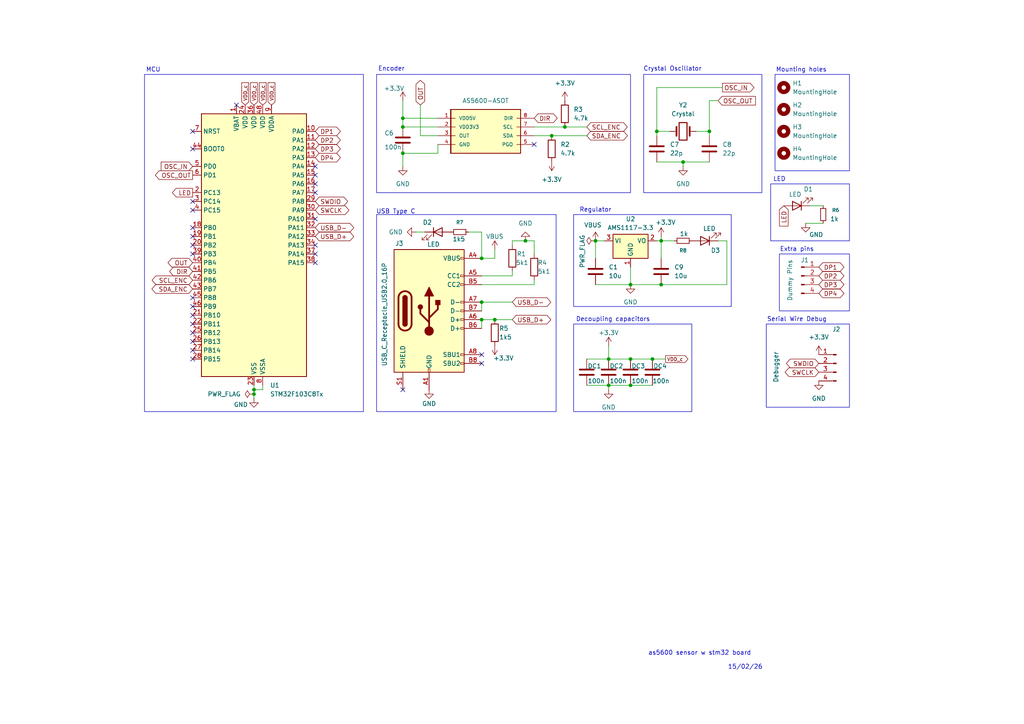
<source format=kicad_sch>
(kicad_sch (version 20250114) (generator "eeschema") (generator_version "9.0")
  (paper "A4")
  (lib_symbols
    (symbol "AS5600-ASOT_1" (pin_names (offset 1.016))
      (property "Value" "AS5600-ASOT" (at 6.35 -12.7 0))
      (symbol "AS5600-ASOT_1_0_0"
        (rectangle (start 10.033 2.54) (end 30.353 -10.16) (stroke (width 0.254)) (fill (type background)))
        (polyline (pts (xy 10.16 2.54) (xy 10.16 -10.16)) (stroke (width 0.254)))
        (pin bidirectional line (at 6.35 0 0) (length 5.08) (name "VDD5V") (number "1"))
        (pin bidirectional line (at 6.35 -2.54 0) (length 5.08) (name "VDD3V3") (number "2"))
        (pin bidirectional line (at 6.35 -5.08 0) (length 5.08) (name "OUT") (number "3"))
        (pin bidirectional line (at 6.35 -7.62 0) (length 5.08) (name "GND") (number "4"))
        (pin bidirectional line (at 34.29 0 180) (length 5.08) (name "DIR") (number "8"))
        (pin bidirectional line (at 34.29 -2.54 180) (length 5.08) (name "SCL") (number "7"))
        (pin bidirectional line (at 34.29 -5.08 180) (length 5.08) (name "SDA") (number "6"))
        (pin bidirectional line (at 34.29 -7.62 180) (length 5.08) (name "PGO") (number "5"))
      )
    )
    (symbol "Connector:Conn_01x04_Pin" (pin_names (offset 1.016) (hide yes))
      (property "Reference" "J" (at 0 5.08 0))
      (property "Value" "Conn_01x04_Pin" (at 0 -7.62 0))
      (symbol "Conn_01x04_Pin_1_1"
        (rectangle (start 0.8636 2.667) (end 0 2.413) (stroke (width 0.1524)) (fill (type outline)))
        (rectangle (start 0.8636 0.127) (end 0 -0.127) (stroke (width 0.1524)) (fill (type outline)))
        (rectangle (start 0.8636 -2.413) (end 0 -2.667) (stroke (width 0.1524)) (fill (type outline)))
        (rectangle (start 0.8636 -4.953) (end 0 -5.207) (stroke (width 0.1524)) (fill (type outline)))
        (polyline (pts (xy 1.27 2.54) (xy 0.8636 2.54)) (stroke (width 0.1524)))
        (polyline (pts (xy 1.27 0) (xy 0.8636 0)) (stroke (width 0.1524)))
        (polyline (pts (xy 1.27 -2.54) (xy 0.8636 -2.54)) (stroke (width 0.1524)))
        (polyline (pts (xy 1.27 -5.08) (xy 0.8636 -5.08)) (stroke (width 0.1524)))
        (pin passive line (at 5.08 2.54 180) (length 3.81) (name "Pin_1") (number "1"))
        (pin passive line (at 5.08 0 180) (length 3.81) (name "Pin_2") (number "2"))
        (pin passive line (at 5.08 -2.54 180) (length 3.81) (name "Pin_3") (number "3"))
        (pin passive line (at 5.08 -5.08 180) (length 3.81) (name "Pin_4") (number "4"))
      )
    )
    (symbol "Connector:USB_C_Receptacle_USB2.0_16P" (pin_names (offset 1.016))
      (property "Reference" "J" (at 0 22.225 0))
      (property "Value" "USB_C_Receptacle_USB2.0_16P" (at 0 19.685 0))
      (symbol "USB_C_Receptacle_USB2.0_16P_0_0"
        (rectangle (start -0.254 -17.78) (end 0.254 -16.764))
        (rectangle (start 10.16 15.494) (end 9.144 14.986))
        (rectangle (start 10.16 10.414) (end 9.144 9.906))
        (rectangle (start 10.16 7.874) (end 9.144 7.366))
        (rectangle (start 10.16 2.794) (end 9.144 2.286))
        (rectangle (start 10.16 0.254) (end 9.144 -0.254))
        (rectangle (start 10.16 -2.286) (end 9.144 -2.794))
        (rectangle (start 10.16 -4.826) (end 9.144 -5.334))
        (rectangle (start 10.16 -12.446) (end 9.144 -12.954))
        (rectangle (start 10.16 -14.986) (end 9.144 -15.494))
      )
      (symbol "USB_C_Receptacle_USB2.0_16P_0_1"
        (rectangle (start -10.16 17.78) (end 10.16 -17.78) (stroke (width 0.254)) (fill (type background)))
        (polyline (pts (xy -8.89 -3.81) (xy -8.89 3.81)) (stroke (width 0.508)))
        (rectangle (start -7.62 -3.81) (end -6.35 3.81) (stroke (width 0.254)) (fill (type outline)))
        (arc (start -7.62 3.81) (mid -6.985 4.4423) (end -6.35 3.81) (stroke (width 0.254)))
        (arc (start -7.62 3.81) (mid -6.985 4.4423) (end -6.35 3.81) (stroke (width 0.254)) (fill (type outline)))
        (arc (start -8.89 3.81) (mid -6.985 5.7067) (end -5.08 3.81) (stroke (width 0.508)))
        (arc (start -5.08 -3.81) (mid -6.985 -5.7067) (end -8.89 -3.81) (stroke (width 0.508)))
        (arc (start -6.35 -3.81) (mid -6.985 -4.4423) (end -7.62 -3.81) (stroke (width 0.254)))
        (arc (start -6.35 -3.81) (mid -6.985 -4.4423) (end -7.62 -3.81) (stroke (width 0.254)) (fill (type outline)))
        (polyline (pts (xy -5.08 3.81) (xy -5.08 -3.81)) (stroke (width 0.508)))
        (circle (center -2.54 1.143) (radius 0.635) (stroke (width 0.254)) (fill (type outline)))
        (polyline (pts (xy -1.27 4.318) (xy 0 6.858) (xy 1.27 4.318) (xy -1.27 4.318)) (stroke (width 0.254)) (fill (type outline)))
        (polyline (pts (xy 0 -2.032) (xy 2.54 0.508) (xy 2.54 1.778)) (stroke (width 0.508)))
        (polyline (pts (xy 0 -3.302) (xy -2.54 -0.762) (xy -2.54 0.508)) (stroke (width 0.508)))
        (polyline (pts (xy 0 -5.842) (xy 0 4.318)) (stroke (width 0.508)))
        (circle (center 0 -5.842) (radius 1.27) (fill (type outline)))
        (rectangle (start 1.905 1.778) (end 3.175 3.048) (stroke (width 0.254)) (fill (type outline)))
      )
      (symbol "USB_C_Receptacle_USB2.0_16P_1_1"
        (pin passive line (at -7.62 -22.86 90) (length 5.08) (name "SHIELD") (number "S1"))
        (pin passive line (at 0 -22.86 90) (length 5.08) (name "GND") (number "A1"))
        (pin passive line (at 0 -22.86 90) (length 5.08) (hide yes) (name "GND") (number "A12"))
        (pin passive line (at 0 -22.86 90) (length 5.08) (hide yes) (name "GND") (number "B1"))
        (pin passive line (at 0 -22.86 90) (length 5.08) (hide yes) (name "GND") (number "B12"))
        (pin passive line (at 15.24 15.24 180) (length 5.08) (name "VBUS") (number "A4"))
        (pin passive line (at 15.24 15.24 180) (length 5.08) (hide yes) (name "VBUS") (number "A9"))
        (pin passive line (at 15.24 15.24 180) (length 5.08) (hide yes) (name "VBUS") (number "B4"))
        (pin passive line (at 15.24 15.24 180) (length 5.08) (hide yes) (name "VBUS") (number "B9"))
        (pin bidirectional line (at 15.24 10.16 180) (length 5.08) (name "CC1") (number "A5"))
        (pin bidirectional line (at 15.24 7.62 180) (length 5.08) (name "CC2") (number "B5"))
        (pin bidirectional line (at 15.24 2.54 180) (length 5.08) (name "D-") (number "A7"))
        (pin bidirectional line (at 15.24 0 180) (length 5.08) (name "D-") (number "B7"))
        (pin bidirectional line (at 15.24 -2.54 180) (length 5.08) (name "D+") (number "A6"))
        (pin bidirectional line (at 15.24 -5.08 180) (length 5.08) (name "D+") (number "B6"))
        (pin bidirectional line (at 15.24 -12.7 180) (length 5.08) (name "SBU1") (number "A8"))
        (pin bidirectional line (at 15.24 -15.24 180) (length 5.08) (name "SBU2") (number "B8"))
      )
    )
    (symbol "Device:C" (pin_numbers (hide yes)) (pin_names (offset 0.254))
      (property "Reference" "C" (at 0.635 2.54 0))
      (property "Value" "C" (at 0.635 -2.54 0))
      (symbol "C_0_1"
        (polyline (pts (xy -2.032 0.762) (xy 2.032 0.762)) (stroke (width 0.508)))
        (polyline (pts (xy -2.032 -0.762) (xy 2.032 -0.762)) (stroke (width 0.508)))
      )
      (symbol "C_1_1"
        (pin passive line (at 0 3.81 270) (length 2.794) (name "~") (number "1"))
        (pin passive line (at 0 -3.81 90) (length 2.794) (name "~") (number "2"))
      )
    )
    (symbol "Device:Crystal" (pin_numbers (hide yes)) (pin_names (offset 1.016) (hide yes))
      (property "Reference" "Y" (at 0 3.81 0))
      (property "Value" "Crystal" (at 0 -3.81 0))
      (symbol "Crystal_0_1"
        (polyline (pts (xy -2.54 0) (xy -1.905 0)))
        (polyline (pts (xy -1.905 -1.27) (xy -1.905 1.27)) (stroke (width 0.508)))
        (rectangle (start -1.143 2.54) (end 1.143 -2.54) (stroke (width 0.3048)))
        (polyline (pts (xy 1.905 -1.27) (xy 1.905 1.27)) (stroke (width 0.508)))
        (polyline (pts (xy 2.54 0) (xy 1.905 0)))
      )
      (symbol "Crystal_1_1"
        (pin passive line (at -3.81 0 0) (length 1.27) (name "1") (number "1"))
        (pin passive line (at 3.81 0 180) (length 1.27) (name "2") (number "2"))
      )
    )
    (symbol "Device:LED" (pin_numbers (hide yes)) (pin_names (offset 1.016) (hide yes))
      (property "Reference" "D" (at 0 2.54 0))
      (property "Value" "LED" (at 0 -2.54 0))
      (symbol "LED_0_1"
        (polyline (pts (xy -3.048 -0.762) (xy -4.572 -2.286) (xy -3.81 -2.286) (xy -4.572 -2.286) (xy -4.572 -1.524)))
        (polyline (pts (xy -1.778 -0.762) (xy -3.302 -2.286) (xy -2.54 -2.286) (xy -3.302 -2.286) (xy -3.302 -1.524)))
        (polyline (pts (xy -1.27 0) (xy 1.27 0)))
        (polyline (pts (xy -1.27 -1.27) (xy -1.27 1.27)) (stroke (width 0.254)))
        (polyline (pts (xy 1.27 -1.27) (xy 1.27 1.27) (xy -1.27 0) (xy 1.27 -1.27)) (stroke (width 0.254)))
      )
      (symbol "LED_1_1"
        (pin passive line (at -3.81 0 0) (length 2.54) (name "K") (number "1"))
        (pin passive line (at 3.81 0 180) (length 2.54) (name "A") (number "2"))
      )
    )
    (symbol "Device:R" (pin_numbers (hide yes)) (pin_names (offset 0))
      (property "Reference" "R" (at 2.032 0 90))
      (property "Value" "R" (at 0 0 90))
      (symbol "R_0_1"
        (rectangle (start -1.016 -2.54) (end 1.016 2.54) (stroke (width 0.254)))
      )
      (symbol "R_1_1"
        (pin passive line (at 0 3.81 270) (length 1.27) (name "~") (number "1"))
        (pin passive line (at 0 -3.81 90) (length 1.27) (name "~") (number "2"))
      )
    )
    (symbol "Device:R_Small" (pin_numbers (hide yes)) (pin_names (offset 0.254) (hide yes))
      (property "Reference" "R" (at 0 0 90))
      (property "Value" "R_Small" (at 1.778 0 90))
      (symbol "R_Small_0_1"
        (rectangle (start -0.762 1.778) (end 0.762 -1.778) (stroke (width 0.2032)))
      )
      (symbol "R_Small_1_1"
        (pin passive line (at 0 2.54 270) (length 0.762) (name "~") (number "1"))
        (pin passive line (at 0 -2.54 90) (length 0.762) (name "~") (number "2"))
      )
    )
    (symbol "MCU_ST_STM32F1:STM32F103C8Tx"
      (property "Reference" "U" (at -15.24 39.37 0))
      (property "Value" "STM32F103C8Tx" (at 7.62 39.37 0))
      (symbol "STM32F103C8Tx_0_1"
        (rectangle (start -15.24 -38.1) (end 15.24 38.1) (stroke (width 0.254)) (fill (type background)))
      )
      (symbol "STM32F103C8Tx_1_1"
        (pin input line (at -17.78 33.02 0) (length 2.54) (name "NRST") (number "7"))
        (pin input line (at -17.78 27.94 0) (length 2.54) (name "BOOT0") (number "44"))
        (pin bidirectional line (at -17.78 22.86 0) (length 2.54) (name "PD0") (number "5"))
        (pin bidirectional line (at -17.78 20.32 0) (length 2.54) (name "PD1") (number "6"))
        (pin bidirectional line (at -17.78 15.24 0) (length 2.54) (name "PC13") (number "2"))
        (pin bidirectional line (at -17.78 12.7 0) (length 2.54) (name "PC14") (number "3"))
        (pin bidirectional line (at -17.78 10.16 0) (length 2.54) (name "PC15") (number "4"))
        (pin bidirectional line (at -17.78 5.08 0) (length 2.54) (name "PB0") (number "18"))
        (pin bidirectional line (at -17.78 2.54 0) (length 2.54) (name "PB1") (number "19"))
        (pin bidirectional line (at -17.78 0 0) (length 2.54) (name "PB2") (number "20"))
        (pin bidirectional line (at -17.78 -2.54 0) (length 2.54) (name "PB3") (number "39"))
        (pin bidirectional line (at -17.78 -5.08 0) (length 2.54) (name "PB4") (number "40"))
        (pin bidirectional line (at -17.78 -7.62 0) (length 2.54) (name "PB5") (number "41"))
        (pin bidirectional line (at -17.78 -10.16 0) (length 2.54) (name "PB6") (number "42"))
        (pin bidirectional line (at -17.78 -12.7 0) (length 2.54) (name "PB7") (number "43"))
        (pin bidirectional line (at -17.78 -15.24 0) (length 2.54) (name "PB8") (number "45"))
        (pin bidirectional line (at -17.78 -17.78 0) (length 2.54) (name "PB9") (number "46"))
        (pin bidirectional line (at -17.78 -20.32 0) (length 2.54) (name "PB10") (number "21"))
        (pin bidirectional line (at -17.78 -22.86 0) (length 2.54) (name "PB11") (number "22"))
        (pin bidirectional line (at -17.78 -25.4 0) (length 2.54) (name "PB12") (number "25"))
        (pin bidirectional line (at -17.78 -27.94 0) (length 2.54) (name "PB13") (number "26"))
        (pin bidirectional line (at -17.78 -30.48 0) (length 2.54) (name "PB14") (number "27"))
        (pin bidirectional line (at -17.78 -33.02 0) (length 2.54) (name "PB15") (number "28"))
        (pin power_in line (at -5.08 40.64 270) (length 2.54) (name "VBAT") (number "1"))
        (pin power_in line (at -2.54 40.64 270) (length 2.54) (name "VDD") (number "24"))
        (pin power_in line (at 0 40.64 270) (length 2.54) (name "VDD") (number "36"))
        (pin power_in line (at 0 -40.64 90) (length 2.54) (name "VSS") (number "23"))
        (pin passive line (at 0 -40.64 90) (length 2.54) (hide yes) (name "VSS") (number "35"))
        (pin passive line (at 0 -40.64 90) (length 2.54) (hide yes) (name "VSS") (number "47"))
        (pin power_in line (at 2.54 40.64 270) (length 2.54) (name "VDD") (number "48"))
        (pin power_in line (at 2.54 -40.64 90) (length 2.54) (name "VSSA") (number "8"))
        (pin power_in line (at 5.08 40.64 270) (length 2.54) (name "VDDA") (number "9"))
        (pin bidirectional line (at 17.78 33.02 180) (length 2.54) (name "PA0") (number "10"))
        (pin bidirectional line (at 17.78 30.48 180) (length 2.54) (name "PA1") (number "11"))
        (pin bidirectional line (at 17.78 27.94 180) (length 2.54) (name "PA2") (number "12"))
        (pin bidirectional line (at 17.78 25.4 180) (length 2.54) (name "PA3") (number "13"))
        (pin bidirectional line (at 17.78 22.86 180) (length 2.54) (name "PA4") (number "14"))
        (pin bidirectional line (at 17.78 20.32 180) (length 2.54) (name "PA5") (number "15"))
        (pin bidirectional line (at 17.78 17.78 180) (length 2.54) (name "PA6") (number "16"))
        (pin bidirectional line (at 17.78 15.24 180) (length 2.54) (name "PA7") (number "17"))
        (pin bidirectional line (at 17.78 12.7 180) (length 2.54) (name "PA8") (number "29"))
        (pin bidirectional line (at 17.78 10.16 180) (length 2.54) (name "PA9") (number "30"))
        (pin bidirectional line (at 17.78 7.62 180) (length 2.54) (name "PA10") (number "31"))
        (pin bidirectional line (at 17.78 5.08 180) (length 2.54) (name "PA11") (number "32"))
        (pin bidirectional line (at 17.78 2.54 180) (length 2.54) (name "PA12") (number "33"))
        (pin bidirectional line (at 17.78 0 180) (length 2.54) (name "PA13") (number "34"))
        (pin bidirectional line (at 17.78 -2.54 180) (length 2.54) (name "PA14") (number "37"))
        (pin bidirectional line (at 17.78 -5.08 180) (length 2.54) (name "PA15") (number "38"))
      )
    )
    (symbol "Mechanical:MountingHole" (pin_names (offset 1.016)) (in_bom no)
      (property "Reference" "H" (at 0 5.08 0))
      (property "Value" "MountingHole" (at 0 3.175 0))
      (symbol "MountingHole_0_1"
        (circle (center 0 0) (radius 1.27) (stroke (width 1.27)))
      )
    )
    (symbol "Regulator_Linear:AMS1117-3.3"
      (property "Reference" "U" (at -3.81 3.175 0))
      (property "Value" "AMS1117-3.3" (at 0 3.175 0))
      (symbol "AMS1117-3.3_0_1"
        (rectangle (start -5.08 -5.08) (end 5.08 1.905) (stroke (width 0.254)) (fill (type background)))
      )
      (symbol "AMS1117-3.3_1_1"
        (pin power_in line (at -7.62 0 0) (length 2.54) (name "VI") (number "3"))
        (pin power_in line (at 0 -7.62 90) (length 2.54) (name "GND") (number "1"))
        (pin power_out line (at 7.62 0 180) (length 2.54) (name "VO") (number "2"))
      )
    )
    (symbol "power:+3.3V" (power) (pin_numbers (hide yes)) (pin_names (offset 0) (hide yes))
      (property "Value" "+3.3V" (at 0 3.556 0))
      (symbol "+3.3V_0_1"
        (polyline (pts (xy -0.762 1.27) (xy 0 2.54)))
        (polyline (pts (xy 0 2.54) (xy 0.762 1.27)))
        (polyline (pts (xy 0 0) (xy 0 2.54)))
      )
      (symbol "+3.3V_1_1"
        (pin power_in line (at 0 0 90) (length 0) (name "~") (number "1"))
      )
    )
    (symbol "power:GND" (power) (pin_numbers (hide yes)) (pin_names (offset 0) (hide yes))
      (property "Value" "GND" (at 0 -3.81 0))
      (symbol "GND_0_1"
        (polyline (pts (xy 0 0) (xy 0 -1.27) (xy 1.27 -1.27) (xy 0 -2.54) (xy -1.27 -1.27) (xy 0 -1.27)))
      )
      (symbol "GND_1_1"
        (pin power_in line (at 0 0 270) (length 0) (name "~") (number "1"))
      )
    )
    (symbol "power:PWR_FLAG" (power) (pin_numbers (hide yes)) (pin_names (offset 0) (hide yes))
      (property "Value" "PWR_FLAG" (at 0 3.81 0))
      (symbol "PWR_FLAG_0_0"
        (pin power_out line (at 0 0 90) (length 0) (name "~") (number "1"))
      )
      (symbol "PWR_FLAG_0_1"
        (polyline (pts (xy 0 0) (xy 0 1.27) (xy -1.016 1.905) (xy 0 2.54) (xy 1.016 1.905) (xy 0 1.27)))
      )
    )
    (symbol "power:VBUS" (power) (pin_numbers (hide yes)) (pin_names (offset 0) (hide yes))
      (property "Value" "VBUS" (at 0 3.556 0))
      (symbol "VBUS_0_1"
        (polyline (pts (xy -0.762 1.27) (xy 0 2.54)))
        (polyline (pts (xy 0 2.54) (xy 0.762 1.27)))
        (polyline (pts (xy 0 0) (xy 0 2.54)))
      )
      (symbol "VBUS_1_1"
        (pin power_in line (at 0 0 90) (length 0) (name "~") (number "1"))
      )
    )
  )
  (text "Mounting holes" (at 232.41 20.32 0) (effects (font (size 1.27 1.27))))
  (text "Serial Wire Debug" (at 231.14 92.71 0) (effects (font (size 1.27 1.27))))
  (text "MCU" (at 44.45 20.32 0) (effects (font (size 1.27 1.27))))
  (text "Crystal Oscillator" (at 195.072 20.066 0) (effects (font (size 1.27 1.27))))
  (text "LED" (at 226.06 52.07 0) (effects (font (size 1.27 1.27))))
  (text "15/02/26" (at 216.154 193.548 0) (effects (font (size 1.27 1.27))))
  (text "Encoder" (at 113.538 20.066 0) (effects (font (size 1.27 1.27))))
  (text "USB Type C" (at 114.808 61.468 0) (effects (font (size 1.27 1.27))))
  (text "Regulator" (at 172.72 60.96 0) (effects (font (size 1.27 1.27))))
  (text "Decoupling capacitors" (at 177.8 92.71 0) (effects (font (size 1.27 1.27))))
  (text "Extra pins" (at 231.14 72.39 0) (effects (font (size 1.27 1.27))))
  (text "as5600 sensor w stm32 board" (at 202.946 189.484 0) (effects (font (size 1.27 1.27))))
  (text_box "" (at 166.37 93.98 0) (size 34.29 25.4) (margins 0.9525 0.9525 0.9525 0.9525) (effects (font (size 1.27 1.27)) (justify left top)))
  (text_box "" (at 226.06 73.66 0) (size 20.32 16.51) (margins 0.9525 0.9525 0.9525 0.9525) (effects (font (size 1.27 1.27)) (justify left top)))
  (text_box "" (at 109.22 62.23 0) (size 52.07 57.15) (margins 0.9525 0.9525 0.9525 0.9525) (effects (font (size 1.27 1.27)) (justify left top)))
  (text_box "" (at 224.79 21.59 0) (size 21.59 27.94) (margins 0.9525 0.9525 0.9525 0.9525) (effects (font (size 1.27 1.27)) (justify left top)))
  (text_box "" (at 109.22 21.59 0) (size 73.66 34.29) (margins 0.9525 0.9525 0.9525 0.9525) (effects (font (size 1.27 1.27)) (justify left top)))
  (text_box "" (at 186.69 21.59 0) (size 34.29 34.29) (margins 0.9525 0.9525 0.9525 0.9525) (effects (font (size 1.27 1.27)) (justify left top)))
  (text_box "" (at 41.91 21.59 0) (size 63.5 97.79) (margins 0.9525 0.9525 0.9525 0.9525) (effects (font (size 1.27 1.27)) (justify left top)))
  (text_box "" (at 223.52 53.34 0) (size 22.86 16.51) (margins 0.9525 0.9525 0.9525 0.9525) (effects (font (size 1.27 1.27)) (justify left top)))
  (text_box "" (at 166.37 62.23 0) (size 45.72 26.67) (margins 0.9525 0.9525 0.9525 0.9525) (effects (font (size 1.27 1.27)) (justify left top)))
  (text_box "" (at 222.25 93.98 0) (size 24.13 24.13) (margins 0.9525 0.9525 0.9525 0.9525) (effects (font (size 1.27 1.27)) (justify left top)))
  (junction (at 176.53 111.76))
  (junction (at 139.7 74.93))
  (junction (at 73.66 114.3))
  (junction (at 116.84 36.83))
  (junction (at 152.4 69.85))
  (junction (at 139.7 87.63))
  (junction (at 191.77 69.85))
  (junction (at 189.23 104.14))
  (junction (at 182.88 82.55))
  (junction (at 176.53 104.14))
  (junction (at 116.84 34.29))
  (junction (at 191.77 82.55))
  (junction (at 139.7 92.71))
  (junction (at 205.74 38.1))
  (junction (at 182.88 104.14))
  (junction (at 143.51 92.71))
  (junction (at 160.02 39.37))
  (junction (at 116.84 44.45))
  (junction (at 182.88 111.76))
  (junction (at 163.83 36.83))
  (junction (at 190.5 38.1))
  (junction (at 198.12 46.99))
  (junction (at 172.72 69.85))
  (junction (at 73.66 113.03))
  (no_connect (at 55.88 99.06))
  (no_connect (at 55.88 104.14))
  (no_connect (at 55.88 93.98))
  (no_connect (at 55.88 86.36))
  (no_connect (at 55.88 88.9))
  (no_connect (at 55.88 43.18))
  (no_connect (at 91.44 48.26))
  (no_connect (at 55.88 71.12))
  (no_connect (at 55.88 60.96))
  (no_connect (at 55.88 68.58))
  (no_connect (at 91.44 53.34))
  (no_connect (at 55.88 38.1))
  (no_connect (at 139.7 105.41))
  (no_connect (at 116.84 113.03))
  (no_connect (at 55.88 101.6))
  (no_connect (at 91.44 63.5))
  (no_connect (at 55.88 73.66))
  (no_connect (at 91.44 50.8))
  (no_connect (at 91.44 73.66))
  (no_connect (at 91.44 71.12))
  (no_connect (at 68.58 30.48))
  (no_connect (at 91.44 76.2))
  (no_connect (at 91.44 55.88))
  (no_connect (at 55.88 91.44))
  (no_connect (at 154.94 41.91))
  (no_connect (at 55.88 96.52))
  (no_connect (at 139.7 102.87))
  (no_connect (at 55.88 66.04))
  (no_connect (at 55.88 58.42))
  (wire (pts (xy 116.84 44.45) (xy 116.84 48.26)))
  (wire (pts (xy 120.65 67.31) (xy 123.19 67.31)))
  (wire (pts (xy 182.88 111.76) (xy 189.23 111.76)))
  (wire (pts (xy 175.26 69.85) (xy 172.72 69.85)))
  (wire (pts (xy 170.18 39.37) (xy 160.02 39.37)))
  (wire (pts (xy 233.68 64.77) (xy 238.76 64.77)))
  (wire (pts (xy 154.94 82.55) (xy 154.94 81.28)))
  (wire (pts (xy 189.23 104.14) (xy 193.04 104.14)))
  (wire (pts (xy 170.18 111.76) (xy 176.53 111.76)))
  (wire (pts (xy 208.28 29.21) (xy 205.74 29.21)))
  (wire (pts (xy 201.93 38.1) (xy 205.74 38.1)))
  (wire (pts (xy 209.55 25.4) (xy 190.5 25.4)))
  (wire (pts (xy 205.74 38.1) (xy 205.74 39.37)))
  (wire (pts (xy 73.66 115.57) (xy 73.66 114.3)))
  (wire (pts (xy 176.53 100.33) (xy 176.53 104.14)))
  (wire (pts (xy 210.82 69.85) (xy 210.82 82.55)))
  (wire (pts (xy 210.82 82.55) (xy 191.77 82.55)))
  (wire (pts (xy 139.7 82.55) (xy 154.94 82.55)))
  (wire (pts (xy 139.7 90.17) (xy 139.7 87.63)))
  (wire (pts (xy 135.89 67.31) (xy 139.7 67.31)))
  (wire (pts (xy 139.7 67.31) (xy 139.7 74.93)))
  (wire (pts (xy 194.31 38.1) (xy 190.5 38.1)))
  (wire (pts (xy 190.5 38.1) (xy 190.5 39.37)))
  (wire (pts (xy 116.84 36.83) (xy 127 36.83)))
  (wire (pts (xy 198.12 48.26) (xy 198.12 46.99)))
  (wire (pts (xy 190.5 69.85) (xy 191.77 69.85)))
  (wire (pts (xy 143.51 92.71) (xy 148.59 92.71)))
  (wire (pts (xy 76.2 111.76) (xy 76.2 113.03)))
  (wire (pts (xy 190.5 46.99) (xy 198.12 46.99)))
  (wire (pts (xy 163.83 36.83) (xy 154.94 36.83)))
  (wire (pts (xy 139.7 74.93) (xy 143.51 74.93)))
  (wire (pts (xy 139.7 87.63) (xy 148.59 87.63)))
  (wire (pts (xy 182.88 77.47) (xy 182.88 82.55)))
  (wire (pts (xy 116.84 34.29) (xy 127 34.29)))
  (wire (pts (xy 116.84 36.83) (xy 116.84 34.29)))
  (wire (pts (xy 172.72 82.55) (xy 182.88 82.55)))
  (wire (pts (xy 205.74 29.21) (xy 205.74 38.1)))
  (wire (pts (xy 191.77 69.85) (xy 195.58 69.85)))
  (wire (pts (xy 234.95 59.69) (xy 238.76 59.69)))
  (wire (pts (xy 121.92 39.37) (xy 127 39.37)))
  (wire (pts (xy 148.59 71.12) (xy 148.59 69.85)))
  (wire (pts (xy 148.59 69.85) (xy 152.4 69.85)))
  (wire (pts (xy 116.84 29.21) (xy 116.84 34.29)))
  (wire (pts (xy 176.53 111.76) (xy 182.88 111.76)))
  (wire (pts (xy 182.88 82.55) (xy 191.77 82.55)))
  (wire (pts (xy 191.77 69.85) (xy 191.77 74.93)))
  (wire (pts (xy 154.94 73.66) (xy 154.94 69.85)))
  (wire (pts (xy 170.18 104.14) (xy 176.53 104.14)))
  (wire (pts (xy 191.77 68.58) (xy 191.77 69.85)))
  (wire (pts (xy 160.02 39.37) (xy 154.94 39.37)))
  (wire (pts (xy 127 44.45) (xy 116.84 44.45)))
  (wire (pts (xy 210.82 69.85) (xy 208.28 69.85)))
  (wire (pts (xy 139.7 92.71) (xy 143.51 92.71)))
  (wire (pts (xy 143.51 74.93) (xy 143.51 72.39)))
  (wire (pts (xy 139.7 95.25) (xy 139.7 92.71)))
  (wire (pts (xy 139.7 80.01) (xy 148.59 80.01)))
  (wire (pts (xy 148.59 80.01) (xy 148.59 78.74)))
  (wire (pts (xy 127 41.91) (xy 127 44.45)))
  (wire (pts (xy 198.12 46.99) (xy 205.74 46.99)))
  (wire (pts (xy 176.53 111.76) (xy 176.53 113.03)))
  (wire (pts (xy 190.5 25.4) (xy 190.5 38.1)))
  (wire (pts (xy 172.72 69.85) (xy 172.72 74.93)))
  (wire (pts (xy 76.2 113.03) (xy 73.66 113.03)))
  (wire (pts (xy 176.53 104.14) (xy 182.88 104.14)))
  (wire (pts (xy 73.66 111.76) (xy 73.66 113.03)))
  (wire (pts (xy 182.88 104.14) (xy 189.23 104.14)))
  (wire (pts (xy 73.66 114.3) (xy 73.66 113.03)))
  (wire (pts (xy 121.92 39.37) (xy 121.92 30.48)))
  (wire (pts (xy 170.18 36.83) (xy 163.83 36.83)))
  (wire (pts (xy 154.94 69.85) (xy 152.4 69.85)))
  (global_label "LED" (shape input) (at 227.33 59.69 270) (property "Intersheetrefs" "${INTERSHEET_REFS}" (effects (hide yes))))
  (global_label "USB_D+" (shape bidirectional) (at 91.44 68.58 0) (property "Intersheetrefs" "${INTERSHEET_REFS}" (effects (hide yes))))
  (global_label "SWCLK" (shape bidirectional) (at 91.44 60.96 0) (property "Intersheetrefs" "${INTERSHEET_REFS}" (effects (hide yes))))
  (global_label "OUT" (shape bidirectional) (at 55.88 76.2 180) (property "Intersheetrefs" "${INTERSHEET_REFS}" (effects (hide yes))))
  (global_label "DP2" (shape bidirectional) (at 91.44 40.64 0) (property "Intersheetrefs" "${INTERSHEET_REFS}" (effects (hide yes))))
  (global_label "VDD_c" (shape input) (at 76.2 30.48 90) (effects (font (size 1.016 1.016))) (property "Intersheetrefs" "${INTERSHEET_REFS}" (effects (hide yes))))
  (global_label "DIR" (shape bidirectional) (at 55.88 78.74 180) (property "Intersheetrefs" "${INTERSHEET_REFS}" (effects (hide yes))))
  (global_label "DP1" (shape bidirectional) (at 91.44 38.1 0) (property "Intersheetrefs" "${INTERSHEET_REFS}" (effects (hide yes))))
  (global_label "OSC_OUT" (shape output) (at 55.88 50.8 180) (property "Intersheetrefs" "${INTERSHEET_REFS}" (effects (hide yes))))
  (global_label "DP1" (shape bidirectional) (at 237.49 77.47 0) (property "Intersheetrefs" "${INTERSHEET_REFS}" (effects (hide yes))))
  (global_label "DP3" (shape bidirectional) (at 91.44 43.18 0) (property "Intersheetrefs" "${INTERSHEET_REFS}" (effects (hide yes))))
  (global_label "USB_D-" (shape bidirectional) (at 148.59 87.63 0) (property "Intersheetrefs" "${INTERSHEET_REFS}" (effects (hide yes))))
  (global_label "VDD_c" (shape input) (at 73.66 30.48 90) (effects (font (size 1.016 1.016))) (property "Intersheetrefs" "${INTERSHEET_REFS}" (effects (hide yes))))
  (global_label "DP4" (shape bidirectional) (at 237.49 85.09 0) (property "Intersheetrefs" "${INTERSHEET_REFS}" (effects (hide yes))))
  (global_label "DP4" (shape bidirectional) (at 91.44 45.72 0) (property "Intersheetrefs" "${INTERSHEET_REFS}" (effects (hide yes))))
  (global_label "OSC_IN" (shape input) (at 55.88 48.26 180) (property "Intersheetrefs" "${INTERSHEET_REFS}" (effects (hide yes))))
  (global_label "DP3" (shape bidirectional) (at 237.49 82.55 0) (property "Intersheetrefs" "${INTERSHEET_REFS}" (effects (hide yes))))
  (global_label "OUT" (shape bidirectional) (at 121.92 30.48 90) (property "Intersheetrefs" "${INTERSHEET_REFS}" (effects (hide yes))))
  (global_label "VDD_c" (shape output) (at 193.04 104.14 0) (effects (font (size 1.016 1.016))) (property "Intersheetrefs" "${INTERSHEET_REFS}" (effects (hide yes))))
  (global_label "SCL_ENC" (shape bidirectional) (at 55.88 81.28 180) (property "Intersheetrefs" "${INTERSHEET_REFS}" (effects (hide yes))))
  (global_label "VDD_c" (shape input) (at 71.12 30.48 90) (effects (font (size 1.016 1.016))) (property "Intersheetrefs" "${INTERSHEET_REFS}" (effects (hide yes))))
  (global_label "USB_D-" (shape bidirectional) (at 91.44 66.04 0) (property "Intersheetrefs" "${INTERSHEET_REFS}" (effects (hide yes))))
  (global_label "SCL_ENC" (shape bidirectional) (at 170.18 36.83 0) (property "Intersheetrefs" "${INTERSHEET_REFS}" (effects (hide yes))))
  (global_label "SDA_ENC" (shape bidirectional) (at 170.18 39.37 0) (property "Intersheetrefs" "${INTERSHEET_REFS}" (effects (hide yes))))
  (global_label "SWCLK" (shape bidirectional) (at 237.49 107.95 180) (property "Intersheetrefs" "${INTERSHEET_REFS}" (effects (hide yes))))
  (global_label "SDA_ENC" (shape bidirectional) (at 55.88 83.82 180) (property "Intersheetrefs" "${INTERSHEET_REFS}" (effects (hide yes))))
  (global_label "SWDIO" (shape bidirectional) (at 91.44 58.42 0) (property "Intersheetrefs" "${INTERSHEET_REFS}" (effects (hide yes))))
  (global_label "VDD_c" (shape input) (at 78.74 30.48 90) (effects (font (size 1.016 1.016))) (property "Intersheetrefs" "${INTERSHEET_REFS}" (effects (hide yes))))
  (global_label "DIR" (shape bidirectional) (at 154.94 34.29 0) (property "Intersheetrefs" "${INTERSHEET_REFS}" (effects (hide yes))))
  (global_label "OSC_IN" (shape output) (at 209.55 25.4 0) (property "Intersheetrefs" "${INTERSHEET_REFS}" (effects (hide yes))))
  (global_label "OSC_OUT" (shape input) (at 208.28 29.21 0) (property "Intersheetrefs" "${INTERSHEET_REFS}" (effects (hide yes))))
  (global_label "LED" (shape output) (at 55.88 55.88 180) (property "Intersheetrefs" "${INTERSHEET_REFS}" (effects (hide yes))))
  (global_label "SWDIO" (shape bidirectional) (at 237.49 105.41 180) (property "Intersheetrefs" "${INTERSHEET_REFS}" (effects (hide yes))))
  (global_label "DP2" (shape bidirectional) (at 237.49 80.01 0) (property "Intersheetrefs" "${INTERSHEET_REFS}" (effects (hide yes))))
  (global_label "USB_D+" (shape bidirectional) (at 148.59 92.71 0) (property "Intersheetrefs" "${INTERSHEET_REFS}" (effects (hide yes))))
  (symbol (lib_id "power:+3.3V") (at 160.02 46.99 180) (unit 1)
    (property "Reference" "#PWR011" (effects (hide yes)))
    (property "Value" "+3.3V" (at 160.02 52.07 0))
    (property "Description" "Power symbol creates a global label with name \"+3.3V\"" (effects (hide yes)))
  )
  (symbol (lib_id "power:VBUS") (at 172.72 69.85 0) (unit 1)
    (property "Reference" "#PWR015" (effects (hide yes)))
    (property "Value" "VBUS" (at 171.958 65.278 0))
    (property "Description" "Power symbol creates a global label with name \"VBUS\"" (effects (hide yes)))
  )
  (symbol (lib_id "Regulator_Linear:AMS1117-3.3") (at 182.88 69.85 0) (unit 1)
    (property "Reference" "U2" (at 182.88 63.5 0))
    (property "Value" "AMS1117-3.3" (at 182.88 66.04 0))
    (property "Footprint" "Package_TO_SOT_SMD:SOT-223-3_TabPin2" (effects (hide yes)))
    (property "Datasheet" "http://www.advanced-monolithic.com/pdf/ds1117.pdf" (effects (hide yes)))
    (property "Description" "1A Low Dropout regulator, positive, 3.3V fixed output, SOT-223" (effects (hide yes)))
  )
  (symbol (lib_name "AS5600-ASOT_1") (lib_id "customs:AS5600-ASOT") (at 120.65 34.29 0) (unit 1)
    (property "Reference" "IC2" (effects (hide yes)))
    (property "Value" "AS5600-ASOT" (at 140.843 29.21 0))
    (property "Footprint" "customs:SOIC127P600X175-8N" (effects (hide yes)))
    (property "Description" "Board Mount Hall Effect / Magnetic Sensors AS5600 Magnetic Sensor 12-Bit" (effects (hide yes)))
    (property "MANUFACTURER_NAME" "ams" (effects (hide yes)))
    (property "MOUSER_PART_NUMBER" "985-AS5600-ASOT" (effects (hide yes)))
    (property "HEIGHT" "1.75mm" (effects (hide yes)))
    (property "ARROW_PRICE-STOCK" "https://www.arrow.com/en/products/as5600-asot/ams-ag?region=nac" (effects (hide yes)))
    (property "ARROW_PART_NUMBER" "AS5600-ASOT" (effects (hide yes)))
    (property "MANUFACTURER_PART_NUMBER" "AS5600-ASOT" (effects (hide yes)))
  )
  (symbol (lib_id "power:GND") (at 176.53 113.03 0) (unit 1)
    (property "Reference" "#PWR03" (effects (hide yes)))
    (property "Value" "GND" (at 176.53 118.11 0))
    (property "Description" "Power symbol creates a global label with name \"GND\" , ground" (effects (hide yes)))
  )
  (symbol (lib_id "power:PWR_FLAG") (at 73.66 114.3 90) (unit 1)
    (property "Reference" "#FLG02" (effects (hide yes)))
    (property "Value" "PWR_FLAG" (at 69.85 114.2999 90) (effects (justify left)))
    (property "Description" "Special symbol for telling ERC where power comes from" (effects (hide yes)))
  )
  (symbol (lib_id "Device:R_Small") (at 198.12 69.85 270) (unit 1)
    (property "Reference" "R8" (at 198.12 72.644 90) (effects (font (size 1.016 1.016))))
    (property "Value" "1k" (at 198.374 67.818 90))
    (property "Footprint" "Resistor_SMD:R_0603_1608Metric_Pad0.98x0.95mm_HandSolder" (effects (hide yes)))
    (property "Description" "Resistor, small symbol" (effects (hide yes)))
  )
  (symbol (lib_id "Device:LED") (at 127 67.31 0) (unit 1)
    (property "Reference" "D2" (at 123.952 64.516 0))
    (property "Value" "LED" (at 125.73 70.866 0))
    (property "Footprint" "LED_SMD:LED_0603_1608Metric_Pad1.05x0.95mm_HandSolder" (effects (hide yes)))
    (property "Description" "Light emitting diode" (effects (hide yes)))
    (property "Sim.Pins" "1=K 2=A" (effects (hide yes)))
  )
  (symbol (lib_id "Connector:USB_C_Receptacle_USB2.0_16P") (at 124.46 90.17 0) (unit 1)
    (property "Reference" "J3" (at 115.824 70.612 0))
    (property "Value" "USB_C_Receptacle_USB2.0_16P" (at 111.506 91.186 90))
    (property "Footprint" "Connector_USB:USB_C_Receptacle_GCT_USB4105-xx-A_16P_TopMnt_Horizontal" (effects (hide yes)))
    (property "Datasheet" "https://www.usb.org/sites/default/files/documents/usb_type-c.zip" (effects (hide yes)))
    (property "Description" "USB 2.0-only 16P Type-C Receptacle connector" (effects (hide yes)))
  )
  (symbol (lib_id "power:+3.3V") (at 237.49 102.87 0) (unit 1)
    (property "Reference" "#PWR013" (effects (hide yes)))
    (property "Value" "+3.3V" (at 237.49 97.79 0))
    (property "Description" "Power symbol creates a global label with name \"+3.3V\"" (effects (hide yes)))
  )
  (symbol (lib_id "Mechanical:MountingHole") (at 227.33 38.1 0) (unit 1) (in_bom no)
    (property "Reference" "H3" (at 229.87 36.8299 0) (effects (justify left)))
    (property "Value" "MountingHole" (at 229.87 39.3699 0) (effects (justify left)))
    (property "Footprint" "MountingHole:MountingHole_2.1mm" (effects (hide yes)))
    (property "Description" "Mounting Hole without connection" (effects (hide yes)))
  )
  (symbol (lib_id "Mechanical:MountingHole") (at 227.33 25.4 0) (unit 1) (in_bom no)
    (property "Reference" "H1" (at 229.87 24.1299 0) (effects (justify left)))
    (property "Value" "MountingHole" (at 229.87 26.6699 0) (effects (justify left)))
    (property "Footprint" "MountingHole:MountingHole_2.1mm" (effects (hide yes)))
    (property "Description" "Mounting Hole without connection" (effects (hide yes)))
  )
  (symbol (lib_id "Device:R_Small") (at 238.76 62.23 180) (unit 1)
    (property "Reference" "R6" (at 241.3 60.9599 0) (effects (font (size 1.016 1.016)) (justify right)))
    (property "Value" "1k" (at 240.792 63.5 0) (effects (justify right)))
    (property "Footprint" "Resistor_SMD:R_0603_1608Metric_Pad0.98x0.95mm_HandSolder" (effects (hide yes)))
    (property "Description" "Resistor, small symbol" (effects (hide yes)))
  )
  (symbol (lib_id "power:+3.3V") (at 116.84 29.21 0) (unit 1)
    (property "Reference" "#PWR09" (effects (hide yes)))
    (property "Value" "+3.3V" (at 114.3 25.654 0))
    (property "Description" "Power symbol creates a global label with name \"+3.3V\"" (effects (hide yes)))
  )
  (symbol (lib_id "Device:LED") (at 204.47 69.85 180) (unit 1)
    (property "Reference" "D3" (at 207.518 72.644 0))
    (property "Value" "LED" (at 205.74 66.294 0))
    (property "Footprint" "LED_SMD:LED_0603_1608Metric_Pad1.05x0.95mm_HandSolder" (effects (hide yes)))
    (property "Description" "Light emitting diode" (effects (hide yes)))
    (property "Sim.Pins" "1=K 2=A" (effects (hide yes)))
  )
  (symbol (lib_id "Device:R") (at 154.94 77.47 0) (unit 1)
    (property "Reference" "R4" (at 155.956 76.2 0) (effects (justify left)))
    (property "Value" "5k1" (at 155.956 78.74 0) (effects (justify left)))
    (property "Footprint" "Resistor_SMD:R_0603_1608Metric_Pad0.98x0.95mm_HandSolder" (effects (hide yes)))
    (property "Description" "Resistor" (effects (hide yes)))
  )
  (symbol (lib_id "Device:C") (at 189.23 107.95 0) (unit 1)
    (property "Reference" "DC4" (at 189.484 106.172 0) (effects (justify left)))
    (property "Value" "100n" (at 189.23 110.49 0) (effects (justify left)))
    (property "Footprint" "Capacitor_SMD:C_0603_1608Metric_Pad1.08x0.95mm_HandSolder" (effects (hide yes)))
    (property "Description" "Unpolarized capacitor" (effects (hide yes)))
  )
  (symbol (lib_id "Device:LED") (at 231.14 59.69 180) (unit 1)
    (property "Reference" "D1" (at 234.442 54.864 0))
    (property "Value" "LED" (at 230.632 56.388 0))
    (property "Footprint" "LED_SMD:LED_0603_1608Metric_Pad1.05x0.95mm_HandSolder" (effects (hide yes)))
    (property "Description" "Light emitting diode" (effects (hide yes)))
    (property "Sim.Pins" "1=K 2=A" (effects (hide yes)))
  )
  (symbol (lib_id "Device:Crystal") (at 198.12 38.1 0) (unit 1)
    (property "Reference" "Y2" (at 198.12 30.48 0))
    (property "Value" "Crystal" (at 198.12 33.02 0))
    (property "Footprint" "Crystal:Crystal_SMD_HC49-SD_HandSoldering" (effects (hide yes)))
    (property "Description" "Two pin crystal" (effects (hide yes)))
  )
  (symbol (lib_id "Device:C") (at 182.88 107.95 0) (unit 1)
    (property "Reference" "DC3" (at 183.134 106.172 0) (effects (justify left)))
    (property "Value" "100n" (at 183.134 110.49 0) (effects (justify left)))
    (property "Footprint" "Capacitor_SMD:C_0603_1608Metric_Pad1.08x0.95mm_HandSolder" (effects (hide yes)))
    (property "Description" "Unpolarized capacitor" (effects (hide yes)))
  )
  (symbol (lib_id "power:+3.3V") (at 143.51 100.33 180) (unit 1)
    (property "Reference" "#PWR06" (effects (hide yes)))
    (property "Value" "+3.3V" (at 146.05 103.886 0))
    (property "Description" "Power symbol creates a global label with name \"+3.3V\"" (effects (hide yes)))
  )
  (symbol (lib_id "power:GND") (at 233.68 64.77 0) (unit 1)
    (property "Reference" "#PWR07" (effects (hide yes)))
    (property "Value" "GND" (at 236.728 68.072 0))
    (property "Description" "Power symbol creates a global label with name \"GND\" , ground" (effects (hide yes)))
  )
  (symbol (lib_id "Device:C") (at 172.72 78.74 0) (unit 1)
    (property "Reference" "C1" (at 176.53 77.4699 0) (effects (justify left)))
    (property "Value" "10u" (at 176.53 80.0099 0) (effects (justify left)))
    (property "Footprint" "Capacitor_SMD:C_0603_1608Metric_Pad1.08x0.95mm_HandSolder" (effects (hide yes)))
    (property "Description" "Unpolarized capacitor" (effects (hide yes)))
  )
  (symbol (lib_id "power:GND") (at 73.66 115.57 0) (unit 1)
    (property "Reference" "#PWR01" (effects (hide yes)))
    (property "Value" "GND" (at 69.85 117.348 0))
    (property "Description" "Power symbol creates a global label with name \"GND\" , ground" (effects (hide yes)))
  )
  (symbol (lib_id "Mechanical:MountingHole") (at 227.33 44.45 0) (unit 1) (in_bom no)
    (property "Reference" "H4" (at 229.87 43.1799 0) (effects (justify left)))
    (property "Value" "MountingHole" (at 229.87 45.7199 0) (effects (justify left)))
    (property "Footprint" "MountingHole:MountingHole_2.1mm" (effects (hide yes)))
    (property "Description" "Mounting Hole without connection" (effects (hide yes)))
  )
  (symbol (lib_id "power:GND") (at 198.12 48.26 0) (unit 1)
    (property "Reference" "#PWR04" (effects (hide yes)))
    (property "Value" "GND" (at 198.12 53.34 0))
    (property "Description" "Power symbol creates a global label with name \"GND\" , ground" (effects (hide yes)))
  )
  (symbol (lib_id "power:+3.3V") (at 191.77 68.58 0) (unit 1)
    (property "Reference" "#PWR016" (effects (hide yes)))
    (property "Value" "+3.3V" (at 193.04 64.516 0))
    (property "Description" "Power symbol creates a global label with name \"+3.3V\"" (effects (hide yes)))
  )
  (symbol (lib_id "Device:C") (at 176.53 107.95 0) (unit 1)
    (property "Reference" "DC2" (at 176.784 106.172 0) (effects (justify left)))
    (property "Value" "100n" (at 176.784 110.49 0) (effects (justify left)))
    (property "Footprint" "Capacitor_SMD:C_0603_1608Metric_Pad1.08x0.95mm_HandSolder" (effects (hide yes)))
    (property "Description" "Unpolarized capacitor" (effects (hide yes)))
  )
  (symbol (lib_id "Device:C") (at 170.18 107.95 0) (unit 1)
    (property "Reference" "DC1" (at 170.434 106.172 0) (effects (justify left)))
    (property "Value" "100n" (at 170.434 110.49 0) (effects (justify left)))
    (property "Footprint" "Capacitor_SMD:C_0603_1608Metric_Pad1.08x0.95mm_HandSolder" (effects (hide yes)))
    (property "Description" "Unpolarized capacitor" (effects (hide yes)))
  )
  (symbol (lib_id "power:+3.3V") (at 163.83 29.21 0) (unit 1)
    (property "Reference" "#PWR010" (effects (hide yes)))
    (property "Value" "+3.3V" (at 163.83 24.13 0))
    (property "Description" "Power symbol creates a global label with name \"+3.3V\"" (effects (hide yes)))
  )
  (symbol (lib_id "Device:R_Small") (at 133.35 67.31 90) (unit 1)
    (property "Reference" "R7" (at 133.35 64.516 90) (effects (font (size 1.016 1.016))))
    (property "Value" "1k5" (at 133.096 69.342 90))
    (property "Footprint" "Resistor_SMD:R_0603_1608Metric_Pad0.98x0.95mm_HandSolder" (effects (hide yes)))
    (property "Description" "Resistor, small symbol" (effects (hide yes)))
  )
  (symbol (lib_id "MCU_ST_STM32F1:STM32F103C8Tx") (at 73.66 71.12 0) (unit 1)
    (property "Reference" "U1" (at 78.3433 111.76 0) (effects (justify left)))
    (property "Value" "STM32F103C8Tx" (at 78.3433 114.3 0) (effects (justify left)))
    (property "Footprint" "Package_QFP:LQFP-48_7x7mm_P0.5mm" (effects (hide yes)))
    (property "Datasheet" "https://www.st.com/resource/en/datasheet/stm32f103c8.pdf" (effects (hide yes)))
    (property "Description" "STMicroelectronics Arm Cortex-M3 MCU, 64KB flash, 20KB RAM, 72 MHz, 2.0-3.6V, 37 GPIO, LQFP48" (effects (hide yes)))
  )
  (symbol (lib_id "Device:R") (at 143.51 96.52 0) (unit 1)
    (property "Reference" "R5" (at 144.78 95.25 0) (effects (justify left)))
    (property "Value" "1k5" (at 144.78 97.79 0) (effects (justify left)))
    (property "Footprint" "Resistor_SMD:R_0603_1608Metric_Pad0.98x0.95mm_HandSolder" (effects (hide yes)))
    (property "Description" "Resistor" (effects (hide yes)))
  )
  (symbol (lib_id "Mechanical:MountingHole") (at 227.33 31.75 0) (unit 1) (in_bom no)
    (property "Reference" "H2" (at 229.87 30.4799 0) (effects (justify left)))
    (property "Value" "MountingHole" (at 229.87 33.0199 0) (effects (justify left)))
    (property "Footprint" "MountingHole:MountingHole_2.1mm" (effects (hide yes)))
    (property "Description" "Mounting Hole without connection" (effects (hide yes)))
  )
  (symbol (lib_id "Device:C") (at 190.5 43.18 0) (unit 1)
    (property "Reference" "C7" (at 194.31 41.9099 0) (effects (justify left)))
    (property "Value" "22p" (at 194.31 44.4499 0) (effects (justify left)))
    (property "Footprint" "Capacitor_SMD:C_0603_1608Metric_Pad1.08x0.95mm_HandSolder" (effects (hide yes)))
    (property "Description" "Unpolarized capacitor" (effects (hide yes)))
  )
  (symbol (lib_id "power:VBUS") (at 143.51 72.39 0) (unit 1)
    (property "Reference" "#PWR018" (effects (hide yes)))
    (property "Value" "VBUS" (at 143.51 68.58 0))
    (property "Description" "Power symbol creates a global label with name \"VBUS\"" (effects (hide yes)))
  )
  (symbol (lib_id "power:GND") (at 152.4 69.85 180) (unit 1)
    (property "Reference" "#PWR05" (effects (hide yes)))
    (property "Value" "GND" (at 152.4 64.77 0))
    (property "Description" "Power symbol creates a global label with name \"GND\" , ground" (effects (hide yes)))
  )
  (symbol (lib_id "power:GND") (at 120.65 67.31 270) (unit 1)
    (property "Reference" "#PWR019" (effects (hide yes)))
    (property "Value" "GND" (at 116.84 67.3099 90) (effects (justify right)))
    (property "Description" "Power symbol creates a global label with name \"GND\" , ground" (effects (hide yes)))
  )
  (symbol (lib_id "power:GND") (at 237.49 110.49 0) (unit 1)
    (property "Reference" "#PWR012" (effects (hide yes)))
    (property "Value" "GND" (at 237.49 115.57 0))
    (property "Description" "Power symbol creates a global label with name \"GND\" , ground" (effects (hide yes)))
  )
  (symbol (lib_id "Device:C") (at 116.84 40.64 0) (unit 1)
    (property "Reference" "C6" (at 111.506 38.608 0) (effects (justify left)))
    (property "Value" "100n" (at 111.506 42.672 0) (effects (justify left)))
    (property "Footprint" "Capacitor_SMD:C_0603_1608Metric_Pad1.08x0.95mm_HandSolder" (effects (hide yes)))
    (property "Description" "Unpolarized capacitor" (effects (hide yes)))
  )
  (symbol (lib_id "power:PWR_FLAG") (at 172.72 69.85 90) (unit 1)
    (property "Reference" "#FLG01" (effects (hide yes)))
    (property "Value" "PWR_FLAG" (at 168.91 77.724 0) (effects (justify left)))
    (property "Description" "Special symbol for telling ERC where power comes from" (effects (hide yes)))
  )
  (symbol (lib_id "power:GND") (at 182.88 82.55 0) (unit 1)
    (property "Reference" "#PWR014" (effects (hide yes)))
    (property "Value" "GND" (at 182.88 87.63 0))
    (property "Description" "Power symbol creates a global label with name \"GND\" , ground" (effects (hide yes)))
  )
  (symbol (lib_id "Device:C") (at 205.74 43.18 0) (unit 1)
    (property "Reference" "C8" (at 209.55 41.9099 0) (effects (justify left)))
    (property "Value" "22p" (at 209.55 44.4499 0) (effects (justify left)))
    (property "Footprint" "Capacitor_SMD:C_0603_1608Metric_Pad1.08x0.95mm_HandSolder" (effects (hide yes)))
    (property "Description" "Unpolarized capacitor" (effects (hide yes)))
  )
  (symbol (lib_id "Device:R") (at 148.59 74.93 0) (unit 1)
    (property "Reference" "R1" (at 149.86 73.66 0) (effects (justify left)))
    (property "Value" "5k1" (at 149.606 76.2 0) (effects (justify left)))
    (property "Footprint" "Resistor_SMD:R_0603_1608Metric_Pad0.98x0.95mm_HandSolder" (effects (hide yes)))
    (property "Description" "Resistor" (effects (hide yes)))
  )
  (symbol (lib_id "Device:C") (at 191.77 78.74 0) (unit 1)
    (property "Reference" "C9" (at 195.58 77.4699 0) (effects (justify left)))
    (property "Value" "10u" (at 195.58 80.0099 0) (effects (justify left)))
    (property "Footprint" "Capacitor_SMD:C_0603_1608Metric_Pad1.08x0.95mm_HandSolder" (effects (hide yes)))
    (property "Description" "Unpolarized capacitor" (effects (hide yes)))
  )
  (symbol (lib_id "Device:R") (at 160.02 43.18 0) (unit 1)
    (property "Reference" "R2" (at 162.56 41.9099 0) (effects (justify left)))
    (property "Value" "4.7k" (at 162.56 44.4499 0) (effects (justify left)))
    (property "Footprint" "Resistor_SMD:R_0603_1608Metric_Pad0.98x0.95mm_HandSolder" (effects (hide yes)))
    (property "Description" "Resistor" (effects (hide yes)))
  )
  (symbol (lib_id "power:+3.3V") (at 176.53 100.33 0) (unit 1)
    (property "Reference" "#PWR02" (effects (hide yes)))
    (property "Value" "+3.3V" (at 176.53 96.52 0))
    (property "Description" "Power symbol creates a global label with name \"+3.3V\"" (effects (hide yes)))
  )
  (symbol (lib_id "Connector:Conn_01x04_Pin") (at 242.57 105.41 0) (mirror y) (unit 1)
    (property "Reference" "J2" (at 242.57 95.504 0))
    (property "Value" "Debugger" (at 225.044 106.426 90))
    (property "Footprint" "Connector_PinHeader_2.54mm:PinHeader_1x04_P2.54mm_Vertical" (effects (hide yes)))
    (property "Description" "Generic connector, single row, 01x04, script generated" (effects (hide yes)))
  )
  (symbol (lib_id "Connector:Conn_01x04_Pin") (at 232.41 80.01 0) (unit 1)
    (property "Reference" "J1" (at 233.426 75.438 0))
    (property "Value" "Dummy Pins" (at 229.108 81.28 90))
    (property "Footprint" "Connector_PinHeader_2.54mm:PinHeader_1x04_P2.54mm_Vertical" (effects (hide yes)))
    (property "Description" "Generic connector, single row, 01x04, script generated" (effects (hide yes)))
  )
  (symbol (lib_id "power:GND") (at 124.46 113.03 0) (unit 1)
    (property "Reference" "#PWR017" (effects (hide yes)))
    (property "Value" "GND" (at 124.46 117.094 0))
    (property "Description" "Power symbol creates a global label with name \"GND\" , ground" (effects (hide yes)))
  )
  (symbol (lib_id "Device:R") (at 163.83 33.02 0) (unit 1)
    (property "Reference" "R3" (at 166.37 31.7499 0) (effects (justify left)))
    (property "Value" "4.7k" (at 166.37 34.2899 0) (effects (justify left)))
    (property "Footprint" "Resistor_SMD:R_0603_1608Metric_Pad0.98x0.95mm_HandSolder" (effects (hide yes)))
    (property "Description" "Resistor" (effects (hide yes)))
  )
  (symbol (lib_id "power:GND") (at 116.84 48.26 0) (unit 1)
    (property "Reference" "#PWR08" (effects (hide yes)))
    (property "Value" "GND" (at 116.84 53.34 0))
    (property "Description" "Power symbol creates a global label with name \"GND\" , ground" (effects (hide yes)))
  )
)
</source>
